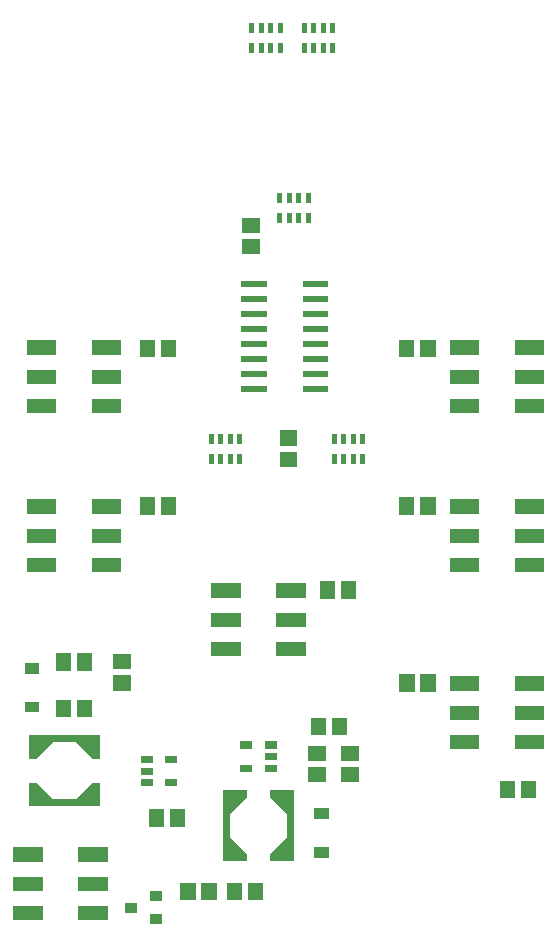
<source format=gbr>
G04 start of page 10 for group -4015 idx -4015 *
G04 Title: (unknown), toppaste *
G04 Creator: pcb 20140316 *
G04 CreationDate: Wed 08 Jun 2016 07:53:43 PM GMT UTC *
G04 For: ndholmes *
G04 Format: Gerber/RS-274X *
G04 PCB-Dimensions (mil): 1900.00 3250.00 *
G04 PCB-Coordinate-Origin: lower left *
%MOIN*%
%FSLAX25Y25*%
%LNTOPPASTE*%
%ADD77R,0.0360X0.0360*%
%ADD76R,0.0200X0.0200*%
%ADD75C,0.0001*%
%ADD74R,0.0230X0.0230*%
%ADD73R,0.0340X0.0340*%
%ADD72R,0.0470X0.0470*%
%ADD71R,0.0167X0.0167*%
%ADD70R,0.0512X0.0512*%
%ADD69R,0.0240X0.0240*%
G54D69*X56575Y67200D02*X58175D01*
X56575Y75000D02*X58175D01*
X48375D02*X49975D01*
X48375Y71100D02*X49975D01*
X48375Y67200D02*X49975D01*
X81500Y79800D02*X83100D01*
X81500Y72000D02*X83100D01*
X89700D02*X91300D01*
X89700Y75900D02*X91300D01*
X89700Y79800D02*X91300D01*
G54D70*X96107Y182086D02*X96893D01*
X96107Y175000D02*X96893D01*
X40607Y100457D02*X41393D01*
X40607Y107543D02*X41393D01*
X106414Y86393D02*Y85607D01*
X113500Y86393D02*Y85607D01*
X49457Y212393D02*Y211607D01*
X56543Y212393D02*Y211607D01*
X143043Y100893D02*Y100107D01*
X135957Y100893D02*Y100107D01*
X143000Y159893D02*Y159107D01*
X135914Y159893D02*Y159107D01*
X143000Y212393D02*Y211607D01*
X135914Y212393D02*Y211607D01*
X169457Y65393D02*Y64607D01*
X176543Y65393D02*Y64607D01*
G54D71*X103000Y263131D02*Y261261D01*
X99851Y263131D02*Y261261D01*
X96701Y263131D02*Y261261D01*
X93552Y263131D02*Y261261D01*
Y256435D02*Y254565D01*
X96701Y256435D02*Y254565D01*
X99851Y256435D02*Y254565D01*
X103000Y256435D02*Y254565D01*
G54D72*X7100Y23700D02*X12250D01*
X7100Y33500D02*X12250D01*
X7100Y43300D02*X12250D01*
X28750Y23700D02*X33900D01*
X28750Y33500D02*X33900D01*
X28750Y43300D02*X33900D01*
G54D70*X28543Y107893D02*Y107107D01*
X21457Y107893D02*Y107107D01*
Y92393D02*Y91607D01*
X28543Y92393D02*Y91607D01*
G54D73*X51887Y21687D02*X52487D01*
X51887Y29487D02*X52487D01*
X43687Y25587D02*X44287D01*
G54D70*X52457Y55893D02*Y55107D01*
X59543Y55893D02*Y55107D01*
X116607Y77043D02*X117393D01*
X116607Y69957D02*X117393D01*
X105607Y69914D02*X106393D01*
X105607Y77000D02*X106393D01*
G54D74*X75800Y63700D02*Y42300D01*
X81400D01*
X75800Y63700D02*X81400D01*
X97200D02*Y42300D01*
X91600D02*X97200D01*
X91600Y63700D02*X97200D01*
G54D75*G36*
X76950Y49044D02*X82544Y43450D01*
X80423Y41329D01*
X74829Y46923D01*
X76950Y49044D01*
G37*
G36*
X74829Y59077D02*X80423Y64671D01*
X82544Y62550D01*
X76950Y56956D01*
X74829Y59077D01*
G37*
G36*
X90456Y43450D02*X96050Y49044D01*
X98171Y46923D01*
X92577Y41329D01*
X90456Y43450D01*
G37*
G36*
X92577Y64671D02*X98171Y59077D01*
X96050Y56956D01*
X90456Y62550D01*
X92577Y64671D01*
G37*
G36*
X75150Y45250D02*Y41650D01*
X78750D01*
Y45250D01*
X75150D01*
G37*
G36*
Y64350D02*Y60750D01*
X78750D01*
Y64350D01*
X75150D01*
G37*
G36*
X94250Y45250D02*Y41650D01*
X97850D01*
Y45250D01*
X94250D01*
G37*
G36*
Y64350D02*Y60750D01*
X97850D01*
Y64350D01*
X94250D01*
G37*
G54D70*X83607Y245957D02*X84393D01*
X83607Y253043D02*X84393D01*
G54D72*X152600Y192700D02*X157750D01*
X152600Y202500D02*X157750D01*
X152600Y212300D02*X157750D01*
X174250Y192700D02*X179400D01*
X174250Y202500D02*X179400D01*
X174250Y212300D02*X179400D01*
X152600Y80700D02*X157750D01*
X152600Y90500D02*X157750D01*
X152600Y100300D02*X157750D01*
X174250Y80700D02*X179400D01*
X174250Y90500D02*X179400D01*
X174250Y100300D02*X179400D01*
X11600Y192700D02*X16750D01*
X11600Y202500D02*X16750D01*
X11600Y212300D02*X16750D01*
X33250Y192700D02*X38400D01*
X33250Y202500D02*X38400D01*
X33250Y212300D02*X38400D01*
G54D70*X49457Y159893D02*Y159107D01*
X56543Y159893D02*Y159107D01*
G54D72*X11643Y139700D02*X16793D01*
X11643Y149500D02*X16793D01*
X11643Y159300D02*X16793D01*
X33293Y139700D02*X38443D01*
X33293Y149500D02*X38443D01*
X33293Y159300D02*X38443D01*
X152600Y139700D02*X157750D01*
X152600Y149500D02*X157750D01*
X152600Y159300D02*X157750D01*
X174250Y139700D02*X179400D01*
X174250Y149500D02*X179400D01*
X174250Y159300D02*X179400D01*
G54D71*X84276Y313087D02*Y311217D01*
X87425Y313087D02*Y311217D01*
X90575Y313087D02*Y311217D01*
X93724Y313087D02*Y311217D01*
Y319783D02*Y317913D01*
X90575Y319783D02*Y317913D01*
X87425Y319783D02*Y317913D01*
X84276Y319783D02*Y317913D01*
X111224Y319783D02*Y317913D01*
X108075Y319783D02*Y317913D01*
X104925Y319783D02*Y317913D01*
X101776Y319783D02*Y317913D01*
Y313087D02*Y311217D01*
X104925Y313087D02*Y311217D01*
X108075Y313087D02*Y311217D01*
X111224Y313087D02*Y311217D01*
X111776Y176087D02*Y174217D01*
X114925Y176087D02*Y174217D01*
X118075Y176087D02*Y174217D01*
X121224Y176087D02*Y174217D01*
Y182783D02*Y180913D01*
X118075Y182783D02*Y180913D01*
X114925Y182783D02*Y180913D01*
X111776Y182783D02*Y180913D01*
X70776Y176087D02*Y174217D01*
X73925Y176087D02*Y174217D01*
X77075Y176087D02*Y174217D01*
X80224Y176087D02*Y174217D01*
Y182783D02*Y180913D01*
X77075Y182783D02*Y180913D01*
X73925Y182783D02*Y180913D01*
X70776Y182783D02*Y180913D01*
G54D76*X81750Y233500D02*X88250D01*
X81750Y228500D02*X88250D01*
X81750Y223500D02*X88250D01*
X81750Y218500D02*X88250D01*
X81750Y213500D02*X88250D01*
X81750Y208500D02*X88250D01*
X81750Y203500D02*X88250D01*
X81750Y198500D02*X88250D01*
X102250D02*X108750D01*
X102250Y203500D02*X108750D01*
X102250Y208500D02*X108750D01*
X102250Y213500D02*X108750D01*
X102250Y218500D02*X108750D01*
X102250Y223500D02*X108750D01*
X102250Y228500D02*X108750D01*
X102250Y233500D02*X108750D01*
G54D72*X73100Y111700D02*X78250D01*
X73100Y121500D02*X78250D01*
X73100Y131300D02*X78250D01*
X94750Y111700D02*X99900D01*
X94750Y121500D02*X99900D01*
X94750Y131300D02*X99900D01*
G54D70*X109457Y131893D02*Y131107D01*
X116543Y131893D02*Y131107D01*
G54D74*X11113Y60487D02*X32513D01*
Y66087D02*Y60487D01*
X11113Y66087D02*Y60487D01*
Y81887D02*X32513D01*
Y76287D01*
X11113Y81887D02*Y76287D01*
G54D75*G36*
X25769Y61637D02*X31363Y67231D01*
X33485Y65110D01*
X27890Y59515D01*
X25769Y61637D01*
G37*
G36*
X12263Y67231D02*X17858Y61637D01*
X15736Y59515D01*
X10142Y65110D01*
X12263Y67231D01*
G37*
G36*
X27890Y82858D02*X33485Y77264D01*
X31363Y75142D01*
X25769Y80737D01*
X27890Y82858D01*
G37*
G36*
X10142Y77264D02*X15736Y82858D01*
X17858Y80737D01*
X12263Y75142D01*
X10142Y77264D01*
G37*
G36*
X29563Y63437D02*Y59837D01*
X33163D01*
Y63437D01*
X29563D01*
G37*
G36*
X10463D02*Y59837D01*
X14063D01*
Y63437D01*
X10463D01*
G37*
G36*
X29563Y82537D02*Y78937D01*
X33163D01*
Y82537D01*
X29563D01*
G37*
G36*
X10463D02*Y78937D01*
X14063D01*
Y82537D01*
X10463D01*
G37*
G54D70*X70043Y31393D02*Y30607D01*
X62957Y31393D02*Y30607D01*
X85543Y31393D02*Y30607D01*
X78457Y31393D02*Y30607D01*
G54D77*X10400Y92500D02*X11600D01*
X10400Y105400D02*X11600D01*
X106900Y44000D02*X108100D01*
X106900Y56900D02*X108100D01*
M02*

</source>
